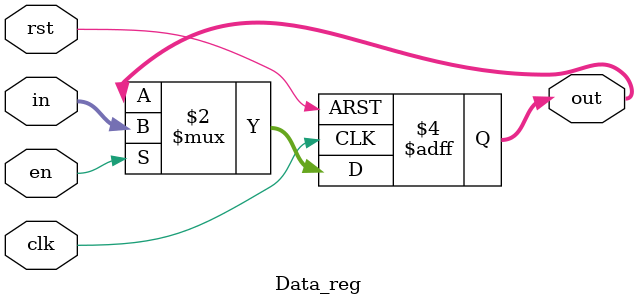
<source format=v>
module Data_reg 
    #(parameter width = 8) (
    input wire clk,
    input wire rst,
    input wire en,
    input wire [width-1:0] in,
    output reg [width-1:0] out
    );
    
    always @(posedge rst, posedge clk) begin
        if (rst) begin
            out <= 0;
        end
        else if (en) begin
            out <= in;
        end
    end
endmodule


</source>
